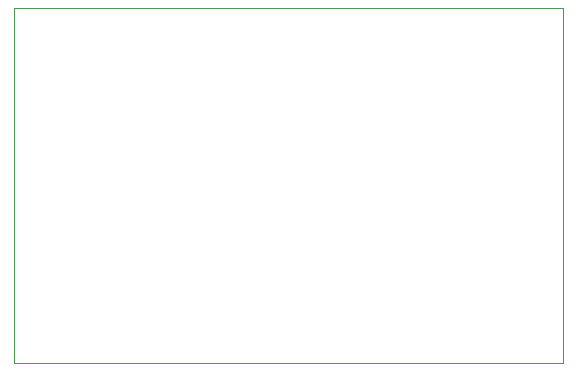
<source format=gbr>
%TF.GenerationSoftware,KiCad,Pcbnew,(6.0.2-0)*%
%TF.CreationDate,2022-04-20T12:28:58+01:00*%
%TF.ProjectId,Relay,52656c61-792e-46b6-9963-61645f706362,2*%
%TF.SameCoordinates,Original*%
%TF.FileFunction,Profile,NP*%
%FSLAX46Y46*%
G04 Gerber Fmt 4.6, Leading zero omitted, Abs format (unit mm)*
G04 Created by KiCad (PCBNEW (6.0.2-0)) date 2022-04-20 12:28:58*
%MOMM*%
%LPD*%
G01*
G04 APERTURE LIST*
%TA.AperFunction,Profile*%
%ADD10C,0.050000*%
%TD*%
G04 APERTURE END LIST*
D10*
X81500000Y-60500000D02*
X81500000Y-30500000D01*
X81500000Y-60500000D02*
X128000000Y-60500000D01*
X81500000Y-30500000D02*
X128000000Y-30500000D01*
X128000000Y-30500000D02*
X128000000Y-60500000D01*
M02*

</source>
